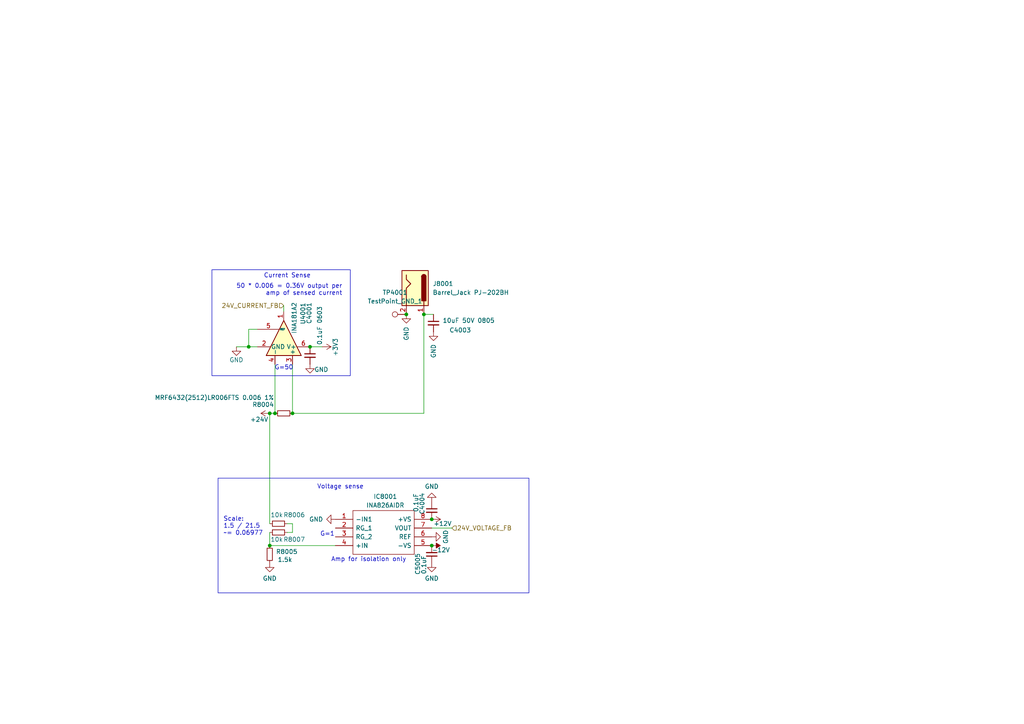
<source format=kicad_sch>
(kicad_sch (version 20231120) (generator "eeschema") (generator_version "8.0")
  (paper "A4")
  (lib_symbols
    (symbol "Amplifier_Current:INA181" (pin_names (offset 0.127))
      (property "Reference" "U" (at 3.81 3.81 0))
      (property "Value" "INA181" (at 3.81 -2.54 0))
      (symbol "INA181_0_1"
        (polyline (pts (xy 5.08 0) (xy -5.08 5.08) (xy -5.08 -5.08) (xy 5.08 0)) (stroke (width 0.254)) (fill (type background)))
      )
      (symbol "INA181_1_1"
        (pin output line (at 7.62 0 180) (length 2.54) (name "~") (number "1"))
        (pin power_in line (at -2.54 -7.62 90) (length 3.81) (name "GND") (number "2"))
        (pin input line (at -7.62 2.54 0) (length 2.54) (name "+") (number "3"))
        (pin input line (at -7.62 -2.54 0) (length 2.54) (name "-") (number "4"))
        (pin input line (at 2.54 -7.62 90) (length 6.35) (name "REF") (number "5"))
        (pin power_in line (at -2.54 7.62 270) (length 3.81) (name "V+") (number "6"))
      )
    )
    (symbol "Connector:Barrel_Jack" (pin_names (offset 1.016))
      (property "Reference" "J8001" (at -1.2701 5.08 90))
      (property "Value" "Barrel_Jack" (at 1.2699 5.08 90))
      (symbol "Barrel_Jack_0_1"
        (rectangle (start -5.08 3.81) (end 5.08 -3.81) (stroke (width 0.254)) (fill (type background)))
        (arc (start -3.302 3.175) (mid -3.9343 2.54) (end -3.302 1.905) (stroke (width 0.254)))
        (arc (start -3.302 3.175) (mid -3.9343 2.54) (end -3.302 1.905) (stroke (width 0.254)) (fill (type outline)))
        (polyline (pts (xy 5.08 2.54) (xy 3.81 2.54)) (stroke (width 0.254)))
        (polyline (pts (xy -3.81 -2.54) (xy -2.54 -2.54) (xy -1.27 -1.27) (xy 0 -2.54) (xy 2.54 -2.54) (xy 5.08 -2.54)) (stroke (width 0.254)))
        (rectangle (start 3.683 3.175) (end -3.302 1.905) (stroke (width 0.254)) (fill (type outline)))
      )
      (symbol "Barrel_Jack_1_1"
        (pin passive line (at 7.62 2.54 180) (length 2.54) (name "~") (number "1"))
        (pin passive line (at 7.62 -2.54 180) (length 2.54) (name "~") (number "2"))
      )
    )
    (symbol "Connector:TestPoint" (pin_numbers hide) (pin_names (offset 0.762) hide)
      (property "Reference" "TP" (at 0 6.858 0))
      (property "Value" "TestPoint" (at 0 5.08 0))
      (symbol "TestPoint_0_1"
        (circle (center 0 3.302) (radius 0.762))
      )
      (symbol "TestPoint_1_1"
        (pin passive line (at 0 0 90) (length 2.54) (name "1") (number "1"))
      )
    )
    (symbol "Device:C_Small" (pin_numbers hide) (pin_names (offset 0.254) hide)
      (property "Reference" "C" (at 0.254 1.778 0))
      (property "Value" "C_Small" (at 0.254 -2.032 0))
      (symbol "C_Small_0_1"
        (polyline (pts (xy -1.524 -0.508) (xy 1.524 -0.508)) (stroke (width 0.3302)))
        (polyline (pts (xy -1.524 0.508) (xy 1.524 0.508)) (stroke (width 0.3048)))
      )
      (symbol "C_Small_1_1"
        (pin passive line (at 0 2.54 270) (length 2.032) (name "~") (number "1"))
        (pin passive line (at 0 -2.54 90) (length 2.032) (name "~") (number "2"))
      )
    )
    (symbol "Device:R_Small" (pin_numbers hide) (pin_names (offset 0.254) hide)
      (property "Reference" "R" (at 0.762 0.508 0))
      (property "Value" "R_Small" (at 0.762 -1.016 0))
      (symbol "R_Small_0_1"
        (rectangle (start -0.762 1.778) (end 0.762 -1.778) (stroke (width 0.2032)))
      )
      (symbol "R_Small_1_1"
        (pin passive line (at 0 2.54 270) (length 0.762) (name "~") (number "1"))
        (pin passive line (at 0 -2.54 90) (length 0.762) (name "~") (number "2"))
      )
    )
    (symbol "aaa:INA826AIDR" (pin_names (offset 0.762))
      (property "Reference" "IC8001" (at 14.478 6.604 0))
      (property "Value" "INA826AIDR" (at 14.478 4.064 0))
      (symbol "INA826AIDR_0_0"
        (pin passive line (at 0 0 0) (length 5.08) (name "-IN1") (number "1"))
        (pin passive line (at 0 -2.54 0) (length 5.08) (name "RG_1") (number "2"))
        (pin passive line (at 0 -5.08 0) (length 5.08) (name "RG_2") (number "3"))
        (pin passive line (at 0 -7.62 0) (length 5.08) (name "+IN") (number "4"))
        (pin passive line (at 27.94 -7.62 180) (length 5.08) (name "-VS") (number "5"))
        (pin passive line (at 27.94 -5.08 180) (length 5.08) (name "REF") (number "6"))
        (pin passive line (at 27.94 -2.54 180) (length 5.08) (name "VOUT") (number "7"))
        (pin passive line (at 27.94 0 180) (length 5.08) (name "+VS") (number "8"))
      )
      (symbol "INA826AIDR_0_1"
        (polyline (pts (xy 5.08 2.54) (xy 22.86 2.54) (xy 22.86 -10.16) (xy 5.08 -10.16) (xy 5.08 2.54)) (stroke (width 0.1524)))
      )
    )
    (symbol "power:+12V" (power) (pin_numbers hide) (pin_names (offset 0) hide)
      (property "Value" "+12V" (at 0 3.556 0))
      (symbol "+12V_0_1"
        (polyline (pts (xy -0.762 1.27) (xy 0 2.54)))
        (polyline (pts (xy 0 0) (xy 0 2.54)))
        (polyline (pts (xy 0 2.54) (xy 0.762 1.27)))
      )
      (symbol "+12V_1_1"
        (pin power_in line (at 0 0 90) (length 0) (name "~") (number "1"))
      )
    )
    (symbol "power:+24V" (power) (pin_names (offset 0))
      (property "Value" "+24V" (at 0 3.556 0))
      (symbol "+24V_0_1"
        (polyline (pts (xy -0.762 1.27) (xy 0 2.54)))
        (polyline (pts (xy 0 0) (xy 0 2.54)))
        (polyline (pts (xy 0 2.54) (xy 0.762 1.27)))
      )
      (symbol "+24V_1_1"
        (pin power_in line (at 0 0 90) (length 0) hide (name "+24V") (number "1"))
      )
    )
    (symbol "power:+3V3" (power) (pin_numbers hide) (pin_names (offset 0) hide)
      (property "Value" "+3V3" (at 0 3.556 0))
      (symbol "+3V3_0_1"
        (polyline (pts (xy -0.762 1.27) (xy 0 2.54)))
        (polyline (pts (xy 0 0) (xy 0 2.54)))
        (polyline (pts (xy 0 2.54) (xy 0.762 1.27)))
      )
      (symbol "+3V3_1_1"
        (pin power_in line (at 0 0 90) (length 0) (name "~") (number "1"))
      )
    )
    (symbol "power:-12V" (power) (pin_numbers hide) (pin_names (offset 0) hide)
      (property "Value" "-12V" (at 0 3.556 0))
      (symbol "-12V_0_0"
        (pin power_in line (at 0 0 90) (length 0) (name "~") (number "1"))
      )
      (symbol "-12V_0_1"
        (polyline (pts (xy 0 0) (xy 0 1.27) (xy 0.762 1.27) (xy 0 2.54) (xy -0.762 1.27) (xy 0 1.27)) (fill (type outline)))
      )
    )
    (symbol "power:GND" (power) (pin_names (offset 0))
      (property "Value" "GND" (at 0 -3.81 0))
      (symbol "GND_0_1"
        (polyline (pts (xy 0 0) (xy 0 -1.27) (xy 1.27 -1.27) (xy 0 -2.54) (xy -1.27 -1.27) (xy 0 -1.27)))
      )
      (symbol "GND_1_1"
        (pin power_in line (at 0 0 270) (length 0) hide (name "GND") (number "1"))
      )
    )
  )
  (junction (at 89.916 100.584))
  (junction (at 78.232 158.242))
  (junction (at 78.232 119.888))
  (junction (at 72.136 100.584))
  (junction (at 125.222 150.622))
  (junction (at 125.222 158.242))
  (junction (at 117.856 91.186))
  (junction (at 84.836 119.888))
  (junction (at 122.936 91.186))
  (junction (at 79.756 119.888))
  (wire (pts (xy 78.232 158.242) (xy 97.282 158.242)))
  (wire (pts (xy 84.836 119.888) (xy 122.936 119.888)))
  (wire (pts (xy 79.756 105.664) (xy 79.756 119.888)))
  (wire (pts (xy 72.136 95.504) (xy 72.136 100.584)))
  (wire (pts (xy 122.936 91.186) (xy 122.936 119.888)))
  (wire (pts (xy 78.232 119.888) (xy 79.756 119.888)))
  (wire (pts (xy 72.136 100.584) (xy 74.676 100.584)))
  (wire (pts (xy 84.836 105.664) (xy 84.836 119.888)))
  (wire (pts (xy 122.936 91.186) (xy 125.73 91.186)))
  (wire (pts (xy 68.58 100.584) (xy 72.136 100.584)))
  (wire (pts (xy 78.232 154.432) (xy 78.232 158.242)))
  (wire (pts (xy 78.232 119.888) (xy 78.232 151.892)))
  (wire (pts (xy 125.222 153.162) (xy 131.064 153.162)))
  (wire (pts (xy 84.836 151.892) (xy 84.836 154.432)))
  (wire (pts (xy 74.676 95.504) (xy 72.136 95.504)))
  (wire (pts (xy 82.296 90.424) (xy 82.296 88.646)))
  (wire (pts (xy 93.472 100.584) (xy 89.916 100.584)))
  (wire (pts (xy 84.836 154.432) (xy 83.312 154.432)))
  (wire (pts (xy 83.312 151.892) (xy 84.836 151.892)))
  (rectangle (start 61.468 78.232) (end 101.6 108.966))
  (rectangle (start 63.246 138.684) (end 153.416 171.958))
  (text "Scale:\n1.5 / 21.5\n~= 0.06977" (at 64.77 155.448 0) (effects (font (size 1.27 1.27)) (justify left bottom)))
  (text "Voltage sense" (at 91.948 141.986 0) (effects (font (size 1.27 1.27)) (justify left bottom)))
  (text "Amp for isolation only" (at 96.012 163.068 0) (effects (font (size 1.27 1.27)) (justify left bottom)))
  (text "G=1" (at 92.837 155.702 0) (effects (font (size 1.27 1.27)) (justify left bottom)))
  (text "Current Sense" (at 90.17 80.772 0) (effects (font (size 1.27 1.27)) (justify right bottom)))
  (text "G=50" (at 85.09 107.442 0) (effects (font (size 1.27 1.27)) (justify right bottom)))
  (text "50 * 0.006 = 0.36V output per\namp of sensed current" (at 99.314 85.852 0) (effects (font (size 1.27 1.27)) (justify right bottom)))
  (hierarchical_label "24V_VOLTAGE_FB" (shape input) (at 131.064 153.162 0))
  (hierarchical_label "24V_CURRENT_FB" (shape input) (at 82.296 88.646 180))
  (symbol (lib_id "Device:R_Small") (at 80.772 151.892 90) (unit 1)
    (property "Reference" "R8006" (at 85.344 149.352 90))
    (property "Value" "10k" (at 80.264 149.352 90))
    (property "Footprint" "Resistor_SMD:R_0402_1005Metric" (effects (hide yes)))
    (property "Description" "Resistor, small symbol" (effects (hide yes)))
    (property "LCSC" "C25744" (effects (hide yes)))
  )
  (symbol (lib_id "power:+12V") (at 125.222 150.622 270) (unit 1)
    (property "Reference" "#PWR5003" (effects (hide yes)))
    (property "Value" "+12V" (at 125.73 151.892 90) (effects (justify left)))
    (property "Description" "Power symbol creates a global label with name \"+12V\"" (effects (hide yes)))
    (instances (project "" (path "" (reference "#PWR5003") (unit 1))) (project "analog_i" (path "" (reference "#PWR141") (unit 1))))
  )
  (symbol (lib_id "Connector:TestPoint") (at 117.856 91.186 90) (unit 1)
    (property "Reference" "TP4001" (at 114.554 84.836 90))
    (property "Value" "TestPoint_GND_1" (at 114.554 87.376 90))
    (property "Footprint" "TestPoint:TestPoint_Pad_D1.0mm" (effects (hide yes)))
    (instances (project "stm32h7_base" (path "" (reference "TP4001") (unit 1))) (project "simplicity_analog_1" (path "" (reference "TP8002") (unit 1))))
  )
  (symbol (lib_id "power:GND") (at 125.222 163.322 0) (unit 1)
    (property "Reference" "#PWR5004" (effects (hide yes)))
    (property "Value" "GND" (at 125.222 167.767 0))
    (instances (project "stm32h7_base" (path "" (reference "#PWR5004") (unit 1))) (project "analog_i" (path "" (reference "#PWR140") (unit 1))))
  )
  (symbol (lib_id "power:GND") (at 97.282 150.622 270) (unit 1)
    (property "Reference" "#PWR04001" (effects (hide yes)))
    (property "Value" "GND" (at 93.726 150.6219 90) (effects (justify right)))
    (instances (project "stm32h7_base" (path "" (reference "#PWR04001") (unit 1))) (project "simplicity_analog_1" (path "" (reference "#PWR0101") (unit 1))))
  )
  (symbol (lib_id "power:GND") (at 117.856 91.186 0) (unit 1)
    (property "Reference" "#PWR08006" (effects (hide yes)))
    (property "Value" "GND" (at 117.856 98.806 90) (effects (justify left)))
  )
  (symbol (lib_id "power:GND") (at 89.916 105.664 0) (mirror y) (unit 1)
    (property "Reference" "#PWR08004" (effects (hide yes)))
    (property "Value" "GND" (at 95.25 107.188 0) (effects (justify left)))
  )
  (symbol (lib_id "Device:R_Small") (at 80.772 154.432 90) (unit 1)
    (property "Reference" "R8007" (at 85.344 156.464 90))
    (property "Value" "10k" (at 80.264 156.464 90))
    (property "Footprint" "Resistor_SMD:R_0402_1005Metric" (effects (hide yes)))
    (property "Description" "Resistor, small symbol" (effects (hide yes)))
    (property "LCSC" "C25744" (effects (hide yes)))
  )
  (symbol (lib_id "power:GND") (at 125.73 96.266 0) (unit 1)
    (property "Reference" "#PWR08007" (effects (hide yes)))
    (property "Value" "GND" (at 125.73 103.886 90) (effects (justify left)))
  )
  (symbol (lib_id "Device:C_Small") (at 125.222 148.082 0) (unit 1)
    (property "Reference" "C4004" (at 122.428 146.05 90))
    (property "Value" "0.1uF" (at 120.65 145.796 90))
    (property "Footprint" "Capacitor_SMD:C_0402_1005Metric" (effects (hide yes)))
    (instances (project "stm32h7_base" (path "" (reference "C4004") (unit 1))) (project "simplicity_analog_1" (path "" (reference "C8005") (unit 1))))
  )
  (symbol (lib_id "power:+3V3") (at 93.472 100.584 270) (unit 1)
    (property "Reference" "#PWR4003" (effects (hide yes)))
    (property "Value" "+3V3" (at 97.282 98.044 0) (effects (justify left)))
    (property "Description" "Power symbol creates a global label with name \"+3V3\"" (effects (hide yes)))
    (instances (project "stm32h7_base" (path "" (reference "#PWR4003") (unit 1))) (project "analog_i" (path "" (reference "#PWR133") (unit 1))))
  )
  (symbol (lib_id "Device:C_Small") (at 125.222 160.782 180) (unit 1)
    (property "Reference" "C5005" (at 121.158 163.576 90))
    (property "Value" "0.1uF" (at 122.936 163.83 90))
    (property "Footprint" "Capacitor_SMD:C_0402_1005Metric" (effects (hide yes)))
    (instances (project "stm32h7_base" (path "" (reference "C5005") (unit 1))) (project "analog_i" (path "" (reference "C8002") (unit 1))))
  )
  (symbol (lib_id "power:GND") (at 125.222 145.542 180) (unit 1)
    (property "Reference" "#PWR08010" (effects (hide yes)))
    (property "Value" "GND" (at 125.222 141.097 0))
  )
  (symbol (lib_id "Device:R_Small") (at 78.232 160.782 180) (unit 1)
    (property "Reference" "R8005" (at 80.01 160.02 0) (effects (justify right)))
    (property "Value" "1.5k" (at 80.518 162.306 0) (effects (justify right)))
    (property "Footprint" "Resistor_SMD:R_0402_1005Metric" (effects (hide yes)))
    (property "Description" "Resistor, small symbol" (effects (hide yes)))
    (property "LCSC" "C25867" (effects (hide yes)))
  )
  (symbol (lib_id "Device:R_Small") (at 82.296 119.888 90) (mirror x) (unit 1)
    (property "Reference" "R8004" (at 79.502 117.348 90) (effects (justify left)))
    (property "Value" "MRF6432(2512)LR006FTS 0.006 1%" (at 79.502 115.316 90) (effects (justify left)))
    (property "Footprint" "Resistor_SMD:R_2512_6332Metric" (effects (hide yes)))
    (property "Description" "Resistor, small symbol" (effects (hide yes)))
    (property "LCSC" "C76239" (effects (hide yes)))
  )
  (symbol (lib_id "power:-12V") (at 125.222 158.242 270) (unit 1)
    (property "Reference" "#PWR5005" (effects (hide yes)))
    (property "Value" "-12V" (at 125.222 159.512 90) (effects (justify left)))
    (property "Description" "Power symbol creates a global label with name \"-12V\"" (effects (hide yes)))
    (instances (project "" (path "" (reference "#PWR5005") (unit 1))) (project "analog_i" (path "" (reference "#PWR142") (unit 1))))
  )
  (symbol (lib_id "Connector:Barrel_Jack") (at 120.396 83.566 270) (unit 1)
    (property "Reference" "J8001" (at 125.476 82.2959 90) (effects (justify left)))
    (property "Value" "Barrel_Jack PJ-202BH" (at 125.476 84.8359 90) (effects (justify left)))
    (property "Footprint" "Connector_BarrelJack:BarrelJack_Horizontal" (effects (hide yes)))
    (property "LCSC" "C3094841" (effects (hide yes)))
  )
  (symbol (lib_id "Device:C_Small") (at 125.73 93.726 0) (unit 1)
    (property "Reference" "C4003" (at 136.652 95.758 0) (effects (justify right)))
    (property "Value" "10uF 50V 0805" (at 143.51 92.964 0) (effects (justify right)))
    (property "Footprint" "Capacitor_SMD:C_0805_2012Metric" (effects (hide yes)))
    (property "LCSC" "C440198" (effects (hide yes)))
    (instances (project "stm32h7_base" (path "" (reference "C4003") (unit 1))) (project "simplicity_analog_1" (path "" (reference "C8003") (unit 1))))
  )
  (symbol (lib_id "Device:C_Small") (at 89.916 103.124 0) (mirror y) (unit 1)
    (property "Reference" "C4001" (at 89.662 93.98 90) (effects (justify left)))
    (property "Value" "0.1uF 0603" (at 92.71 100.076 90) (effects (justify left)))
    (property "Footprint" "Capacitor_SMD:C_0603_1608Metric" (effects (hide yes)))
    (instances (project "stm32h7_base" (path "" (reference "C4001") (unit 1))) (project "simplicity_analog_1" (path "" (reference "C8001") (unit 1))))
  )
  (symbol (lib_id "aaa:INA826AIDR") (at 97.282 150.622 0) (unit 1)
    (property "Reference" "IC8001" (at 111.76 144.018 0))
    (property "Value" "INA826AIDR" (at 111.76 146.558 0))
    (property "Footprint" "aaa:SOIC127P600X175-8N" (effects (hide yes)))
    (property "Datasheet" "http://www.ti.com/lit/gpn/ina826" (effects (hide yes)))
    (property "Description" "Precision, 200-uA Supply Current, 36-V Supply Instrumentation Amplifier" (effects (hide yes)))
    (property "Height" "1.75" (effects (hide yes)))
    (property "Manufacturer_Name" "Texas Instruments" (effects (hide yes)))
    (property "Manufacturer_Part_Number" "INA826AIDR" (effects (hide yes)))
    (property "Mouser Part Number" "595-INA826AIDR" (effects (hide yes)))
    (property "Mouser Price/Stock" "https://www.mouser.co.uk/ProductDetail/Texas-Instruments/INA826AIDR?qs=RqytGdBYyUFuQNJtlkA6aQ%3D%3D" (effects (hide yes)))
    (property "Arrow Part Number" "INA826AIDR" (effects (hide yes)))
    (property "Arrow Price/Stock" "https://www.arrow.com/en/products/ina826aidr/texas-instruments?region=nac" (effects (hide yes)))
    (property "LCSC" "C38433" (effects (hide yes)))
  )
  (symbol (lib_id "power:GND") (at 68.58 100.584 0) (mirror y) (unit 1)
    (property "Reference" "#PWR08002" (effects (hide yes)))
    (property "Value" "GND" (at 70.612 104.394 0) (effects (justify left)))
  )
  (symbol (lib_id "power:GND") (at 125.222 155.702 90) (unit 1)
    (property "Reference" "#PWR08008" (effects (hide yes)))
    (property "Value" "GND" (at 129.286 153.67 0) (effects (justify right)))
  )
  (symbol (lib_id "power:GND") (at 78.232 163.322 0) (unit 1)
    (property "Reference" "#PWR08011" (effects (hide yes)))
    (property "Value" "GND" (at 78.232 167.767 0))
  )
  (symbol (lib_id "Amplifier_Current:INA181") (at 82.296 98.044 270) (mirror x) (unit 1)
    (property "Reference" "U4001" (at 87.884 90.932 0))
    (property "Value" "INA181A2" (at 85.344 92.202 0))
    (property "Footprint" "Package_TO_SOT_SMD:SOT-23-6" (effects (hide yes)))
    (property "Datasheet" "http://www.ti.com/lit/ds/symlink/ina181.pdf" (effects (hide yes)))
    (property "LCSC" "C2058784" (effects (hide yes)))
    (instances (project "stm32h7_base" (path "" (reference "U4001") (unit 1))) (project "simplicity_analog_1" (path "" (reference "U8001") (unit 1))))
  )
  (symbol (lib_id "power:+24V") (at 78.232 119.888 90) (mirror x) (unit 1)
    (property "Reference" "#PWR08003" (effects (hide yes)))
    (property "Value" "+24V" (at 75.184 121.666 90))
  )
)
</source>
